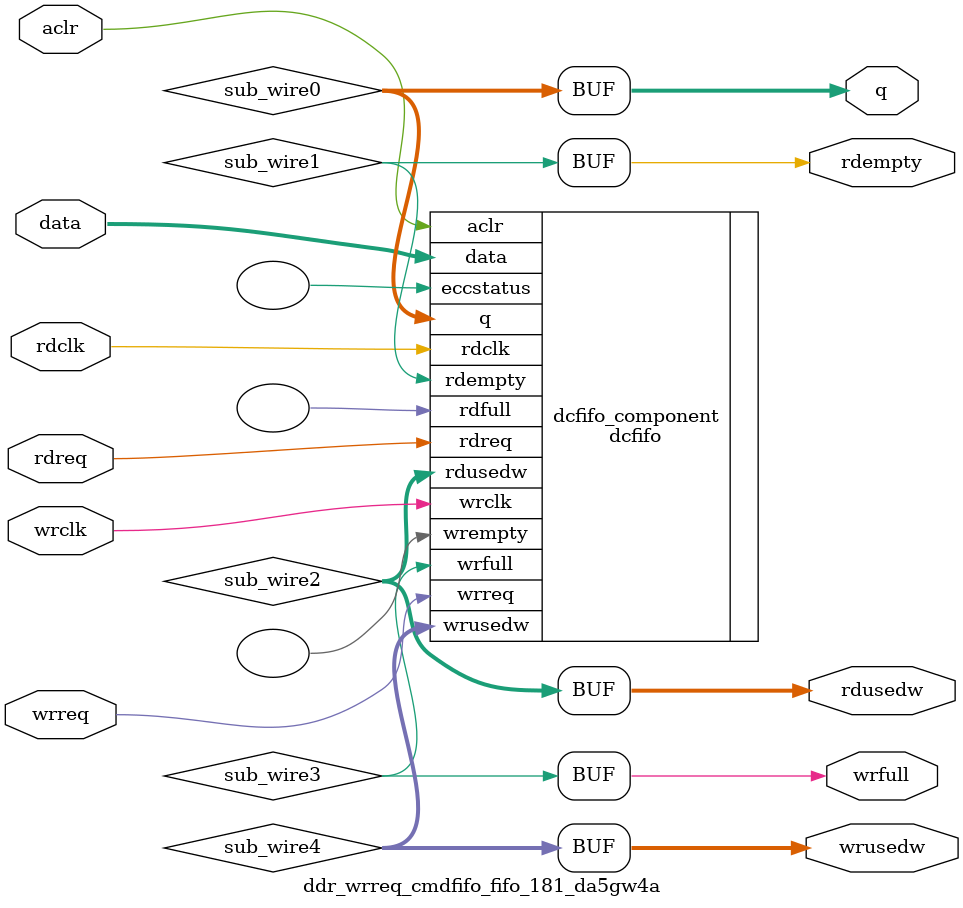
<source format=v>



`timescale 1 ps / 1 ps
// synopsys translate_on
module  ddr_wrreq_cmdfifo_fifo_181_da5gw4a  (
    aclr,
    data,
    rdclk,
    rdreq,
    wrclk,
    wrreq,
    q,
    rdempty,
    rdusedw,
    wrfull,
    wrusedw);

    input    aclr;
    input  [52:0]  data;
    input    rdclk;
    input    rdreq;
    input    wrclk;
    input    wrreq;
    output [52:0]  q;
    output   rdempty;
    output [4:0]  rdusedw;
    output   wrfull;
    output [4:0]  wrusedw;
`ifndef ALTERA_RESERVED_QIS
// synopsys translate_off
`endif
    tri0     aclr;
`ifndef ALTERA_RESERVED_QIS
// synopsys translate_on
`endif

    wire [52:0] sub_wire0;
    wire  sub_wire1;
    wire [4:0] sub_wire2;
    wire  sub_wire3;
    wire [4:0] sub_wire4;
    wire [52:0] q = sub_wire0[52:0];
    wire  rdempty = sub_wire1;
    wire [4:0] rdusedw = sub_wire2[4:0];
    wire  wrfull = sub_wire3;
    wire [4:0] wrusedw = sub_wire4[4:0];

    dcfifo  dcfifo_component (
                .aclr (aclr),
                .data (data),
                .rdclk (rdclk),
                .rdreq (rdreq),
                .wrclk (wrclk),
                .wrreq (wrreq),
                .q (sub_wire0),
                .rdempty (sub_wire1),
                .rdusedw (sub_wire2),
                .wrfull (sub_wire3),
                .wrusedw (sub_wire4),
                .eccstatus (),
                .rdfull (),
                .wrempty ());
    defparam
        dcfifo_component.add_usedw_msb_bit  = "ON",
        dcfifo_component.enable_ecc  = "FALSE",
        dcfifo_component.intended_device_family  = "Arria 10",
        dcfifo_component.lpm_hint  = "DISABLE_DCFIFO_EMBEDDED_TIMING_CONSTRAINT=TRUE",
        dcfifo_component.lpm_numwords  = 16,
        dcfifo_component.lpm_showahead  = "OFF",
        dcfifo_component.lpm_type  = "dcfifo",
        dcfifo_component.lpm_width  = 53,
        dcfifo_component.lpm_widthu  = 5,
        dcfifo_component.overflow_checking  = "ON",
        dcfifo_component.rdsync_delaypipe  = 5,
        dcfifo_component.read_aclr_synch  = "ON",
        dcfifo_component.underflow_checking  = "ON",
        dcfifo_component.use_eab  = "ON",
        dcfifo_component.write_aclr_synch  = "ON",
        dcfifo_component.wrsync_delaypipe  = 5;


endmodule



</source>
